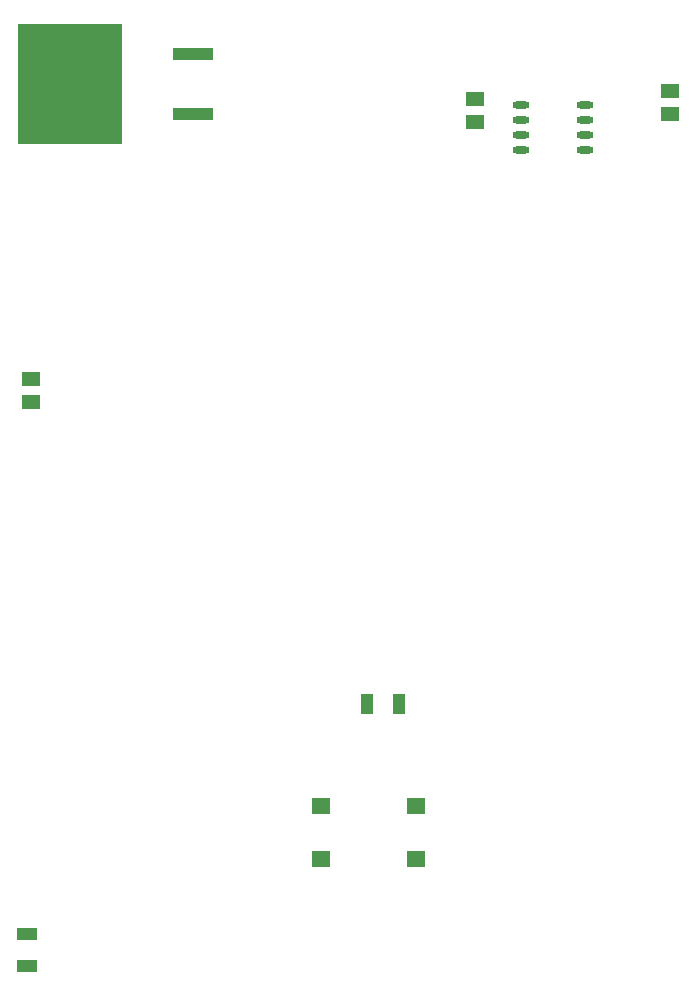
<source format=gtp>
G04*
G04 #@! TF.GenerationSoftware,Altium Limited,Altium Designer,23.1.1 (15)*
G04*
G04 Layer_Color=8421504*
%FSLAX44Y44*%
%MOMM*%
G71*
G04*
G04 #@! TF.SameCoordinates,D6B2EDEF-5A9D-4844-A5D7-26F624485CE4*
G04*
G04*
G04 #@! TF.FilePolarity,Positive*
G04*
G01*
G75*
%ADD17R,1.1000X1.7000*%
%ADD18R,1.6000X1.4000*%
%ADD19R,1.5000X1.3000*%
%ADD20O,1.4500X0.6000*%
%ADD21R,8.9000X10.2500*%
%ADD22R,3.4000X1.0000*%
%ADD23R,1.7000X1.1000*%
D17*
X755980Y593090D02*
D03*
X728980D02*
D03*
D18*
X690250Y506370D02*
D03*
X770250D02*
D03*
X690250Y461370D02*
D03*
X770250D02*
D03*
D19*
X985520Y1111860D02*
D03*
Y1092860D02*
D03*
X820420Y1104900D02*
D03*
Y1085900D02*
D03*
X444500Y868020D02*
D03*
Y849020D02*
D03*
D20*
X913710Y1061720D02*
D03*
Y1074420D02*
D03*
Y1087120D02*
D03*
Y1099820D02*
D03*
X859210Y1061720D02*
D03*
Y1074420D02*
D03*
Y1087120D02*
D03*
Y1099820D02*
D03*
D21*
X477340Y1117600D02*
D03*
D22*
X581840Y1092200D02*
D03*
Y1143000D02*
D03*
D23*
X440690Y398310D02*
D03*
Y371310D02*
D03*
M02*

</source>
